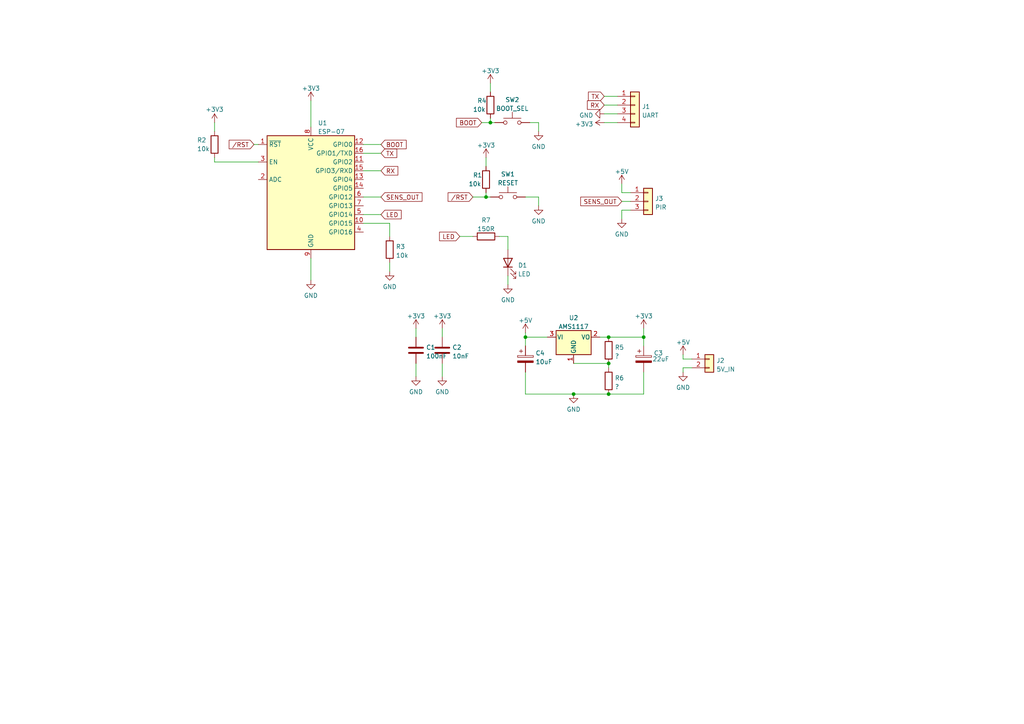
<source format=kicad_sch>
(kicad_sch (version 20211123) (generator eeschema)
  (paper "A4")
  (lib_symbols
    (symbol "Connector_Generic:Conn_01x02" (pin_names (offset 1.016) hide)
      (property "Reference" "J" (at 0 2.54 0))
      (property "Value" "Conn_01x02" (at 0 -5.08 0))
      (symbol "Conn_01x02_1_1"
        (rectangle (start -1.27 -2.413) (end 0 -2.667) (stroke (width 0.1524)))
        (rectangle (start -1.27 0.127) (end 0 -0.127) (stroke (width 0.1524)))
        (rectangle (start -1.27 1.27) (end 1.27 -3.81) (stroke (width 0.254)) (fill (type background)))
        (pin passive line (at -5.08 0 0) (length 3.81) (name "Pin_1") (number "1"))
        (pin passive line (at -5.08 -2.54 0) (length 3.81) (name "Pin_2") (number "2"))
      )
    )
    (symbol "Connector_Generic:Conn_01x03" (pin_names (offset 1.016) hide)
      (property "Reference" "J" (at 0 5.08 0))
      (property "Value" "Conn_01x03" (at 0 -5.08 0))
      (symbol "Conn_01x03_1_1"
        (rectangle (start -1.27 -2.413) (end 0 -2.667) (stroke (width 0.1524)))
        (rectangle (start -1.27 0.127) (end 0 -0.127) (stroke (width 0.1524)))
        (rectangle (start -1.27 2.667) (end 0 2.413) (stroke (width 0.1524)))
        (rectangle (start -1.27 3.81) (end 1.27 -3.81) (stroke (width 0.254)) (fill (type background)))
        (pin passive line (at -5.08 2.54 0) (length 3.81) (name "Pin_1") (number "1"))
        (pin passive line (at -5.08 0 0) (length 3.81) (name "Pin_2") (number "2"))
        (pin passive line (at -5.08 -2.54 0) (length 3.81) (name "Pin_3") (number "3"))
      )
    )
    (symbol "Connector_Generic:Conn_01x04" (pin_names (offset 1.016) hide)
      (property "Reference" "J" (at 0 5.08 0))
      (property "Value" "Conn_01x04" (at 0 -7.62 0))
      (symbol "Conn_01x04_1_1"
        (rectangle (start -1.27 -4.953) (end 0 -5.207) (stroke (width 0.1524)))
        (rectangle (start -1.27 -2.413) (end 0 -2.667) (stroke (width 0.1524)))
        (rectangle (start -1.27 0.127) (end 0 -0.127) (stroke (width 0.1524)))
        (rectangle (start -1.27 2.667) (end 0 2.413) (stroke (width 0.1524)))
        (rectangle (start -1.27 3.81) (end 1.27 -6.35) (stroke (width 0.254)) (fill (type background)))
        (pin passive line (at -5.08 2.54 0) (length 3.81) (name "Pin_1") (number "1"))
        (pin passive line (at -5.08 0 0) (length 3.81) (name "Pin_2") (number "2"))
        (pin passive line (at -5.08 -2.54 0) (length 3.81) (name "Pin_3") (number "3"))
        (pin passive line (at -5.08 -5.08 0) (length 3.81) (name "Pin_4") (number "4"))
      )
    )
    (symbol "Device:C" (pin_numbers hide) (pin_names (offset 0.254))
      (property "Reference" "C" (at 0.635 2.54 0))
      (property "Value" "C" (at 0.635 -2.54 0))
      (symbol "C_0_1"
        (polyline (pts (xy -2.032 -0.762) (xy 2.032 -0.762)) (stroke (width 0.508)))
        (polyline (pts (xy -2.032 0.762) (xy 2.032 0.762)) (stroke (width 0.508)))
      )
      (symbol "C_1_1"
        (pin passive line (at 0 3.81 270) (length 2.794) (name "~") (number "1"))
        (pin passive line (at 0 -3.81 90) (length 2.794) (name "~") (number "2"))
      )
    )
    (symbol "Device:C_Polarized" (pin_numbers hide) (pin_names (offset 0.254))
      (property "Reference" "C" (at 0.635 2.54 0))
      (property "Value" "C_Polarized" (at 0.635 -2.54 0))
      (symbol "C_Polarized_0_1"
        (rectangle (start -2.286 0.508) (end 2.286 1.016))
        (polyline (pts (xy -1.778 2.286) (xy -0.762 2.286)))
        (polyline (pts (xy -1.27 2.794) (xy -1.27 1.778)))
        (rectangle (start 2.286 -0.508) (end -2.286 -1.016) (fill (type outline)))
      )
      (symbol "C_Polarized_1_1"
        (pin passive line (at 0 3.81 270) (length 2.794) (name "~") (number "1"))
        (pin passive line (at 0 -3.81 90) (length 2.794) (name "~") (number "2"))
      )
    )
    (symbol "Device:LED" (pin_numbers hide) (pin_names (offset 1.016) hide)
      (property "Reference" "D" (at 0 2.54 0))
      (property "Value" "LED" (at 0 -2.54 0))
      (symbol "LED_0_1"
        (polyline (pts (xy -1.27 -1.27) (xy -1.27 1.27)) (stroke (width 0.254)))
        (polyline (pts (xy -1.27 0) (xy 1.27 0)))
        (polyline (pts (xy 1.27 -1.27) (xy 1.27 1.27) (xy -1.27 0) (xy 1.27 -1.27)) (stroke (width 0.254)))
        (polyline (pts (xy -3.048 -0.762) (xy -4.572 -2.286) (xy -3.81 -2.286) (xy -4.572 -2.286) (xy -4.572 -1.524)))
        (polyline (pts (xy -1.778 -0.762) (xy -3.302 -2.286) (xy -2.54 -2.286) (xy -3.302 -2.286) (xy -3.302 -1.524)))
      )
      (symbol "LED_1_1"
        (pin passive line (at -3.81 0 0) (length 2.54) (name "K") (number "1"))
        (pin passive line (at 3.81 0 180) (length 2.54) (name "A") (number "2"))
      )
    )
    (symbol "Device:R" (pin_numbers hide) (pin_names (offset 0))
      (property "Reference" "R" (at 2.032 0 90))
      (property "Value" "R" (at 0 0 90))
      (symbol "R_0_1"
        (rectangle (start -1.016 -2.54) (end 1.016 2.54) (stroke (width 0.254)))
      )
      (symbol "R_1_1"
        (pin passive line (at 0 3.81 270) (length 1.27) (name "~") (number "1"))
        (pin passive line (at 0 -3.81 90) (length 1.27) (name "~") (number "2"))
      )
    )
    (symbol "RF_Module:ESP-07"
      (property "Reference" "U" (at -12.7 19.05 0))
      (property "Value" "ESP-07" (at 12.7 19.05 0))
      (symbol "ESP-07_0_1"
        (rectangle (start -12.7 17.78) (end 12.7 -15.24) (stroke (width 0.254)) (fill (type background)))
      )
      (symbol "ESP-07_1_1"
        (pin input line (at -15.24 15.24 0) (length 2.54) (name "~{RST}") (number "1"))
        (pin bidirectional line (at 15.24 -7.62 180) (length 2.54) (name "GPIO15") (number "10"))
        (pin bidirectional line (at 15.24 10.16 180) (length 2.54) (name "GPIO2") (number "11"))
        (pin bidirectional line (at 15.24 15.24 180) (length 2.54) (name "GPIO0") (number "12"))
        (pin bidirectional line (at 15.24 5.08 180) (length 2.54) (name "GPIO4") (number "13"))
        (pin bidirectional line (at 15.24 2.54 180) (length 2.54) (name "GPIO5") (number "14"))
        (pin bidirectional line (at 15.24 7.62 180) (length 2.54) (name "GPIO3/RXD") (number "15"))
        (pin bidirectional line (at 15.24 12.7 180) (length 2.54) (name "GPIO1/TXD") (number "16"))
        (pin input line (at -15.24 5.08 0) (length 2.54) (name "ADC") (number "2"))
        (pin input line (at -15.24 10.16 0) (length 2.54) (name "EN") (number "3"))
        (pin bidirectional line (at 15.24 -10.16 180) (length 2.54) (name "GPIO16") (number "4"))
        (pin bidirectional line (at 15.24 -5.08 180) (length 2.54) (name "GPIO14") (number "5"))
        (pin bidirectional line (at 15.24 0 180) (length 2.54) (name "GPIO12") (number "6"))
        (pin bidirectional line (at 15.24 -2.54 180) (length 2.54) (name "GPIO13") (number "7"))
        (pin power_in line (at 0 20.32 270) (length 2.54) (name "VCC") (number "8"))
        (pin power_in line (at 0 -17.78 90) (length 2.54) (name "GND") (number "9"))
      )
    )
    (symbol "Regulator_Linear:AMS1117-3.3" (pin_names (offset 0.254))
      (property "Reference" "U" (at -3.81 3.175 0))
      (property "Value" "AMS1117-3.3" (at 0 3.175 0))
      (symbol "AMS1117-3.3_0_1"
        (rectangle (start -5.08 -5.08) (end 5.08 1.905) (stroke (width 0.254)) (fill (type background)))
      )
      (symbol "AMS1117-3.3_1_1"
        (pin power_in line (at 0 -7.62 90) (length 2.54) (name "GND") (number "1"))
        (pin power_out line (at 7.62 0 180) (length 2.54) (name "VO") (number "2"))
        (pin power_in line (at -7.62 0 0) (length 2.54) (name "VI") (number "3"))
      )
    )
    (symbol "Switch:SW_Push" (pin_numbers hide) (pin_names (offset 1.016) hide)
      (property "Reference" "SW" (at 1.27 2.54 0))
      (property "Value" "SW_Push" (at 0 -1.524 0))
      (symbol "SW_Push_0_1"
        (circle (center -2.032 0) (radius 0.508))
        (polyline (pts (xy 0 1.27) (xy 0 3.048)))
        (polyline (pts (xy 2.54 1.27) (xy -2.54 1.27)))
        (circle (center 2.032 0) (radius 0.508))
        (pin passive line (at -5.08 0 0) (length 2.54) (name "1") (number "1"))
        (pin passive line (at 5.08 0 180) (length 2.54) (name "2") (number "2"))
      )
    )
    (symbol "power:+3V3" (power) (pin_names (offset 0))
      (property "Value" "+3V3" (at 0 3.556 0))
      (symbol "+3V3_0_1"
        (polyline (pts (xy -0.762 1.27) (xy 0 2.54)))
        (polyline (pts (xy 0 0) (xy 0 2.54)))
        (polyline (pts (xy 0 2.54) (xy 0.762 1.27)))
      )
      (symbol "+3V3_1_1"
        (pin power_in line (at 0 0 90) (length 0) hide (name "+3V3") (number "1"))
      )
    )
    (symbol "power:+5V" (power) (pin_names (offset 0))
      (property "Value" "+5V" (at 0 3.556 0))
      (symbol "+5V_0_1"
        (polyline (pts (xy -0.762 1.27) (xy 0 2.54)))
        (polyline (pts (xy 0 0) (xy 0 2.54)))
        (polyline (pts (xy 0 2.54) (xy 0.762 1.27)))
      )
      (symbol "+5V_1_1"
        (pin power_in line (at 0 0 90) (length 0) hide (name "+5V") (number "1"))
      )
    )
    (symbol "power:GND" (power) (pin_names (offset 0))
      (property "Value" "GND" (at 0 -3.81 0))
      (symbol "GND_0_1"
        (polyline (pts (xy 0 0) (xy 0 -1.27) (xy 1.27 -1.27) (xy 0 -2.54) (xy -1.27 -1.27) (xy 0 -1.27)))
      )
      (symbol "GND_1_1"
        (pin power_in line (at 0 0 270) (length 0) hide (name "GND") (number "1"))
      )
    )
  )
  (junction (at 142.24 35.56))
  (junction (at 176.53 97.79))
  (junction (at 176.53 114.3))
  (junction (at 176.53 105.41))
  (junction (at 186.69 97.79))
  (junction (at 140.97 57.15))
  (junction (at 166.37 114.3))
  (junction (at 152.4 97.79))
  (wire (pts (xy 152.4 97.79) (xy 158.75 97.79)))
  (wire (pts (xy 120.65 105.41) (xy 120.65 109.22)))
  (wire (pts (xy 105.41 64.77) (xy 113.03 64.77)))
  (wire (pts (xy 152.4 96.52) (xy 152.4 97.79)))
  (wire (pts (xy 105.41 57.15) (xy 110.49 57.15)))
  (wire (pts (xy 142.24 24.13) (xy 142.24 26.67)))
  (wire (pts (xy 90.17 29.21) (xy 90.17 36.83)))
  (wire (pts (xy 62.23 35.56) (xy 62.23 38.1)))
  (wire (pts (xy 147.32 80.01) (xy 147.32 82.55)))
  (wire (pts (xy 166.37 114.3) (xy 176.53 114.3)))
  (wire (pts (xy 180.34 63.5) (xy 180.34 60.96)))
  (wire (pts (xy 175.26 33.02) (xy 179.07 33.02)))
  (wire (pts (xy 200.66 104.14) (xy 198.12 104.14)))
  (wire (pts (xy 140.97 57.15) (xy 142.24 57.15)))
  (wire (pts (xy 113.03 76.2) (xy 113.03 78.74)))
  (wire (pts (xy 198.12 104.14) (xy 198.12 102.87)))
  (wire (pts (xy 105.41 49.53) (xy 110.49 49.53)))
  (wire (pts (xy 142.24 34.29) (xy 142.24 35.56)))
  (wire (pts (xy 198.12 106.68) (xy 200.66 106.68)))
  (wire (pts (xy 152.4 107.95) (xy 152.4 114.3)))
  (wire (pts (xy 120.65 95.25) (xy 120.65 97.79)))
  (wire (pts (xy 180.34 55.88) (xy 182.88 55.88)))
  (wire (pts (xy 147.32 68.58) (xy 147.32 72.39)))
  (wire (pts (xy 62.23 46.99) (xy 74.93 46.99)))
  (wire (pts (xy 140.97 45.72) (xy 140.97 48.26)))
  (wire (pts (xy 62.23 45.72) (xy 62.23 46.99)))
  (wire (pts (xy 186.69 97.79) (xy 176.53 97.79)))
  (wire (pts (xy 128.27 105.41) (xy 128.27 109.22)))
  (wire (pts (xy 176.53 105.41) (xy 176.53 106.68)))
  (wire (pts (xy 139.7 35.56) (xy 142.24 35.56)))
  (wire (pts (xy 133.35 68.58) (xy 137.16 68.58)))
  (wire (pts (xy 142.24 35.56) (xy 143.51 35.56)))
  (wire (pts (xy 186.69 114.3) (xy 186.69 107.95)))
  (wire (pts (xy 156.21 35.56) (xy 156.21 38.1)))
  (wire (pts (xy 105.41 41.91) (xy 110.49 41.91)))
  (wire (pts (xy 175.26 30.48) (xy 179.07 30.48)))
  (wire (pts (xy 180.34 60.96) (xy 182.88 60.96)))
  (wire (pts (xy 186.69 95.25) (xy 186.69 97.79)))
  (wire (pts (xy 105.41 62.23) (xy 110.49 62.23)))
  (wire (pts (xy 180.34 58.42) (xy 182.88 58.42)))
  (wire (pts (xy 140.97 55.88) (xy 140.97 57.15)))
  (wire (pts (xy 198.12 107.95) (xy 198.12 106.68)))
  (wire (pts (xy 90.17 74.93) (xy 90.17 81.28)))
  (wire (pts (xy 173.99 97.79) (xy 176.53 97.79)))
  (wire (pts (xy 186.69 100.33) (xy 186.69 97.79)))
  (wire (pts (xy 156.21 57.15) (xy 156.21 59.69)))
  (wire (pts (xy 73.66 41.91) (xy 74.93 41.91)))
  (wire (pts (xy 137.16 57.15) (xy 140.97 57.15)))
  (wire (pts (xy 113.03 64.77) (xy 113.03 68.58)))
  (wire (pts (xy 152.4 114.3) (xy 166.37 114.3)))
  (wire (pts (xy 144.78 68.58) (xy 147.32 68.58)))
  (wire (pts (xy 128.27 95.25) (xy 128.27 97.79)))
  (wire (pts (xy 176.53 105.41) (xy 166.37 105.41)))
  (wire (pts (xy 175.26 27.94) (xy 179.07 27.94)))
  (wire (pts (xy 176.53 114.3) (xy 186.69 114.3)))
  (wire (pts (xy 152.4 97.79) (xy 152.4 100.33)))
  (wire (pts (xy 180.34 53.34) (xy 180.34 55.88)))
  (wire (pts (xy 153.67 35.56) (xy 156.21 35.56)))
  (wire (pts (xy 152.4 57.15) (xy 156.21 57.15)))
  (wire (pts (xy 105.41 44.45) (xy 110.49 44.45)))
  (wire (pts (xy 175.26 35.56) (xy 179.07 35.56)))
  (global_label "TX" (shape input) (at 110.49 44.45 0) (property "Intersheet References" "${INTERSHEET_REFS}" (effects hide)))
  (global_label "BOOT" (shape input) (at 139.7 35.56 180) (property "Intersheet References" "${INTERSHEET_REFS}" (effects hide)))
  (global_label "{slash}RST" (shape input) (at 73.66 41.91 180) (property "Intersheet References" "${INTERSHEET_REFS}" (effects hide)))
  (global_label "LED" (shape input) (at 110.49 62.23 0) (property "Intersheet References" "${INTERSHEET_REFS}" (effects hide)))
  (global_label "RX" (shape input) (at 110.49 49.53 0) (property "Intersheet References" "${INTERSHEET_REFS}" (effects hide)))
  (global_label "RX" (shape input) (at 175.26 30.48 180) (property "Intersheet References" "${INTERSHEET_REFS}" (effects hide)))
  (global_label "{slash}RST" (shape input) (at 137.16 57.15 180) (property "Intersheet References" "${INTERSHEET_REFS}" (effects hide)))
  (global_label "TX" (shape input) (at 175.26 27.94 180) (property "Intersheet References" "${INTERSHEET_REFS}" (effects hide)))
  (global_label "SENS_OUT" (shape input) (at 110.49 57.15 0) (property "Intersheet References" "${INTERSHEET_REFS}" (effects hide)))
  (global_label "BOOT" (shape input) (at 110.49 41.91 0) (property "Intersheet References" "${INTERSHEET_REFS}" (effects hide)))
  (global_label "SENS_OUT" (shape input) (at 180.34 58.42 180) (property "Intersheet References" "${INTERSHEET_REFS}" (effects hide)))
  (global_label "LED" (shape input) (at 133.35 68.58 180) (property "Intersheet References" "${INTERSHEET_REFS}" (effects hide)))
  (symbol (lib_id "power:+5V") (at 198.12 102.87 0) (unit 1)
    (property "Reference" "#PWR017" (effects hide))
    (property "Value" "+5V" (at 198.12 99.2942 0))
  )
  (symbol (lib_id "Switch:SW_Push") (at 148.59 35.56 0) (unit 1)
    (property "Reference" "SW2" (at 148.59 28.9392 0))
    (property "Value" "BOOT_SEL" (at 148.59 31.4761 0))
    (property "Footprint" "Button_Switch_THT:SW_PUSH_6mm" (effects hide))
  )
  (symbol (lib_id "power:GND") (at 198.12 107.95 0) (unit 1)
    (property "Reference" "#PWR018" (effects hide))
    (property "Value" "GND" (at 198.12 112.3934 0))
  )
  (symbol (lib_id "Device:C_Polarized") (at 152.4 104.14 0) (unit 1)
    (property "Reference" "C4" (at 155.321 102.4163 0) (effects (justify left)))
    (property "Value" "10uF" (at 155.321 104.9532 0) (effects (justify left)))
    (property "Footprint" "Capacitor_THT:CP_Radial_D4.0mm_P2.00mm" (effects hide))
  )
  (symbol (lib_id "Device:R") (at 113.03 72.39 0) (unit 1)
    (property "Reference" "R3" (at 114.808 71.5553 0) (effects (justify left)))
    (property "Value" "10k" (at 114.808 74.0922 0) (effects (justify left)))
    (property "Footprint" "Resistor_SMD:R_0805_2012Metric_Pad1.20x1.40mm_HandSolder" (effects hide))
  )
  (symbol (lib_id "power:GND") (at 113.03 78.74 0) (unit 1)
    (property "Reference" "#PWR010" (effects hide))
    (property "Value" "GND" (at 113.03 83.1834 0))
  )
  (symbol (lib_id "Device:R") (at 176.53 110.49 0) (unit 1)
    (property "Reference" "R6" (at 178.308 109.6553 0) (effects (justify left)))
    (property "Value" "?" (at 178.308 112.1922 0) (effects (justify left)))
    (property "Footprint" "Resistor_SMD:R_0805_2012Metric_Pad1.20x1.40mm_HandSolder" (effects hide))
  )
  (symbol (lib_id "power:+3V3") (at 90.17 29.21 0) (unit 1)
    (property "Reference" "#PWR08" (effects hide))
    (property "Value" "+3V3" (at 90.17 25.6342 0))
  )
  (symbol (lib_id "power:+5V") (at 152.4 96.52 0) (unit 1)
    (property "Reference" "#PWR015" (effects hide))
    (property "Value" "+5V" (at 152.4 92.9442 0))
  )
  (symbol (lib_id "power:+5V") (at 180.34 53.34 0) (unit 1)
    (property "Reference" "#PWR019" (effects hide))
    (property "Value" "+5V" (at 180.34 49.7642 0))
  )
  (symbol (lib_id "power:+3V3") (at 175.26 35.56 90) (unit 1)
    (property "Reference" "#PWR021" (effects hide))
    (property "Value" "+3V3" (at 172.085 35.9938 90) (effects (justify left)))
  )
  (symbol (lib_id "Device:LED") (at 147.32 76.2 90) (unit 1)
    (property "Reference" "D1" (at 150.241 76.9528 90) (effects (justify right)))
    (property "Value" "LED" (at 150.241 79.4897 90) (effects (justify right)))
    (property "Footprint" "LED_SMD:LED_0805_2012Metric_Pad1.15x1.40mm_HandSolder" (effects hide))
  )
  (symbol (lib_id "power:GND") (at 90.17 81.28 0) (unit 1)
    (property "Reference" "#PWR09" (effects hide))
    (property "Value" "GND" (at 90.17 85.7234 0))
  )
  (symbol (lib_id "Connector_Generic:Conn_01x03") (at 187.96 58.42 0) (unit 1)
    (property "Reference" "J3" (at 189.992 57.5853 0) (effects (justify left)))
    (property "Value" "PIR" (at 189.992 60.1222 0) (effects (justify left)))
    (property "Footprint" "Connector_PinSocket_2.54mm:PinSocket_1x03_P2.54mm_Vertical" (effects hide))
  )
  (symbol (lib_id "Device:C") (at 120.65 101.6 0) (unit 1)
    (property "Reference" "C1" (at 123.571 100.7653 0) (effects (justify left)))
    (property "Value" "100nF" (at 123.571 103.3022 0) (effects (justify left)))
    (property "Footprint" "Capacitor_SMD:C_0805_2012Metric_Pad1.18x1.45mm_HandSolder" (effects hide))
  )
  (symbol (lib_id "Connector_Generic:Conn_01x04") (at 184.15 30.48 0) (unit 1)
    (property "Reference" "J1" (at 186.182 30.9153 0) (effects (justify left)))
    (property "Value" "UART" (at 186.182 33.4522 0) (effects (justify left)))
    (property "Footprint" "Connector_PinHeader_2.54mm:PinHeader_1x04_P2.54mm_Vertical" (effects hide))
  )
  (symbol (lib_id "Connector_Generic:Conn_01x02") (at 205.74 104.14 0) (unit 1)
    (property "Reference" "J2" (at 207.772 104.5753 0) (effects (justify left)))
    (property "Value" "5V_IN" (at 207.772 107.1122 0) (effects (justify left)))
    (property "Footprint" "Connector_PinHeader_2.54mm:PinHeader_1x02_P2.54mm_Vertical" (effects hide))
  )
  (symbol (lib_id "power:GND") (at 156.21 59.69 0) (unit 1)
    (property "Reference" "#PWR07" (effects hide))
    (property "Value" "GND" (at 156.21 64.1334 0))
  )
  (symbol (lib_id "power:GND") (at 147.32 82.55 0) (unit 1)
    (property "Reference" "#PWR022" (effects hide))
    (property "Value" "GND" (at 147.32 86.9934 0))
  )
  (symbol (lib_id "power:+3V3") (at 142.24 24.13 0) (unit 1)
    (property "Reference" "#PWR011" (effects hide))
    (property "Value" "+3V3" (at 142.24 20.5542 0))
  )
  (symbol (lib_id "Regulator_Linear:AMS1117-3.3") (at 166.37 97.79 0) (unit 1)
    (property "Reference" "U2" (at 166.37 92.1852 0))
    (property "Value" "AMS1117" (at 166.37 94.7221 0))
    (property "Footprint" "Package_TO_SOT_SMD:SOT-223-3_TabPin2" (effects hide))
    (property "Datasheet" "http://www.advanced-monolithic.com/pdf/ds1117.pdf" (effects hide))
  )
  (symbol (lib_id "Device:C") (at 128.27 101.6 0) (unit 1)
    (property "Reference" "C2" (at 131.191 100.7653 0) (effects (justify left)))
    (property "Value" "10nF" (at 131.191 103.3022 0) (effects (justify left)))
    (property "Footprint" "Capacitor_SMD:C_0805_2012Metric_Pad1.18x1.45mm_HandSolder" (effects hide))
  )
  (symbol (lib_id "power:+3V3") (at 62.23 35.56 0) (unit 1)
    (property "Reference" "#PWR06" (effects hide))
    (property "Value" "+3V3" (at 62.23 31.75 0))
  )
  (symbol (lib_id "Device:R") (at 140.97 68.58 90) (unit 1)
    (property "Reference" "R7" (at 140.97 63.8642 90))
    (property "Value" "150R" (at 140.97 66.4011 90))
    (property "Footprint" "Resistor_SMD:R_0805_2012Metric_Pad1.20x1.40mm_HandSolder" (effects hide))
  )
  (symbol (lib_id "power:+3V3") (at 140.97 45.72 0) (unit 1)
    (property "Reference" "#PWR05" (effects hide))
    (property "Value" "+3V3" (at 140.97 42.1442 0))
  )
  (symbol (lib_id "Device:R") (at 142.24 30.48 0) (unit 1)
    (property "Reference" "R4" (at 138.43 29.21 0) (effects (justify left)))
    (property "Value" "10k" (at 137.16 31.75 0) (effects (justify left)))
    (property "Footprint" "Resistor_SMD:R_0805_2012Metric_Pad1.20x1.40mm_HandSolder" (effects hide))
  )
  (symbol (lib_id "Device:R") (at 62.23 41.91 0) (unit 1)
    (property "Reference" "R2" (at 57.15 40.64 0) (effects (justify left)))
    (property "Value" "10k" (at 57.15 43.18 0) (effects (justify left)))
    (property "Footprint" "Resistor_SMD:R_0805_2012Metric_Pad1.20x1.40mm_HandSolder" (effects hide))
  )
  (symbol (lib_id "power:GND") (at 166.37 114.3 0) (unit 1)
    (property "Reference" "#PWR014" (effects hide))
    (property "Value" "GND" (at 166.37 118.7434 0))
  )
  (symbol (lib_id "power:GND") (at 128.27 109.22 0) (unit 1)
    (property "Reference" "#PWR04" (effects hide))
    (property "Value" "GND" (at 128.27 113.6634 0))
  )
  (symbol (lib_id "power:GND") (at 180.34 63.5 0) (unit 1)
    (property "Reference" "#PWR020" (effects hide))
    (property "Value" "GND" (at 180.34 67.9434 0))
  )
  (symbol (lib_id "Device:R") (at 176.53 101.6 0) (unit 1)
    (property "Reference" "R5" (at 178.308 100.7653 0) (effects (justify left)))
    (property "Value" "?" (at 178.308 103.3022 0) (effects (justify left)))
    (property "Footprint" "Resistor_SMD:R_0805_2012Metric_Pad1.20x1.40mm_HandSolder" (effects hide))
  )
  (symbol (lib_id "Device:R") (at 140.97 52.07 0) (unit 1)
    (property "Reference" "R1" (at 137.16 50.8 0) (effects (justify left)))
    (property "Value" "10k" (at 135.89 53.34 0) (effects (justify left)))
    (property "Footprint" "Resistor_SMD:R_0805_2012Metric_Pad1.20x1.40mm_HandSolder" (effects hide))
  )
  (symbol (lib_id "power:GND") (at 120.65 109.22 0) (unit 1)
    (property "Reference" "#PWR02" (effects hide))
    (property "Value" "GND" (at 120.65 113.6634 0))
  )
  (symbol (lib_id "Switch:SW_Push") (at 147.32 57.15 0) (unit 1)
    (property "Reference" "SW1" (at 147.32 50.5292 0))
    (property "Value" "RESET" (at 147.32 53.0661 0))
    (property "Footprint" "Button_Switch_THT:SW_PUSH_6mm" (effects hide))
  )
  (symbol (lib_id "Device:C_Polarized") (at 186.69 104.14 0) (unit 1)
    (property "Reference" "C3" (at 189.611 102.4163 0) (effects (justify left)))
    (property "Value" "22uF" (at 189.23 104.14 0) (effects (justify left)))
    (property "Footprint" "Capacitor_Tantalum_SMD:CP_EIA-3528-21_Kemet-B_Pad1.50x2.35mm_HandSolder" (effects hide))
  )
  (symbol (lib_id "power:GND") (at 175.26 33.02 270) (unit 1)
    (property "Reference" "#PWR016" (effects hide))
    (property "Value" "GND" (at 172.0851 33.4538 90) (effects (justify right)))
  )
  (symbol (lib_id "power:+3V3") (at 186.69 95.25 0) (unit 1)
    (property "Reference" "#PWR012" (effects hide))
    (property "Value" "+3V3" (at 186.69 91.6742 0))
  )
  (symbol (lib_id "power:GND") (at 156.21 38.1 0) (unit 1)
    (property "Reference" "#PWR013" (effects hide))
    (property "Value" "GND" (at 156.21 42.5434 0))
  )
  (symbol (lib_id "power:+3V3") (at 120.65 95.25 0) (unit 1)
    (property "Reference" "#PWR01" (effects hide))
    (property "Value" "+3V3" (at 120.65 91.6742 0))
  )
  (symbol (lib_id "RF_Module:ESP-07") (at 90.17 57.15 0) (unit 1)
    (property "Reference" "U1" (at 92.1894 35.6702 0) (effects (justify left)))
    (property "Value" "ESP-07" (at 92.1894 38.2071 0) (effects (justify left)))
    (property "Footprint" "RF_Module:ESP-07" (effects hide))
    (property "Datasheet" "http://wiki.ai-thinker.com/_media/esp8266/esp8266_series_modules_user_manual_v1.1.pdf" (effects hide))
  )
  (symbol (lib_id "power:+3V3") (at 128.27 95.25 0) (unit 1)
    (property "Reference" "#PWR03" (effects hide))
    (property "Value" "+3V3" (at 128.27 91.6742 0))
  )
)
</source>
